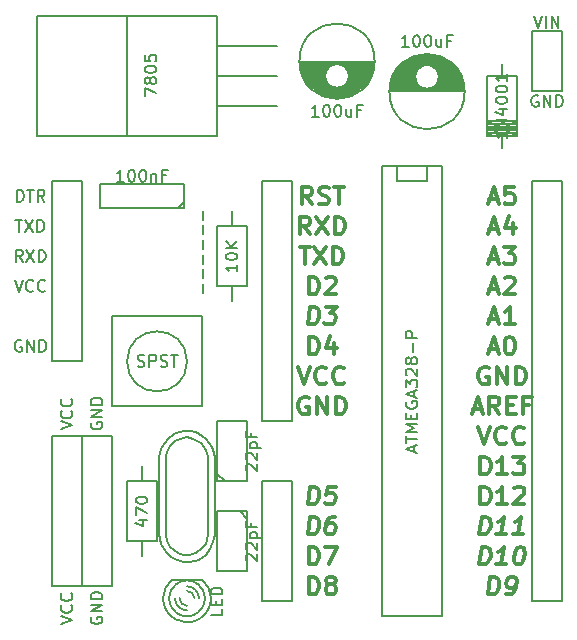
<source format=gbr>
G04 #@! TF.FileFunction,Legend,Top*
%FSLAX46Y46*%
G04 Gerber Fmt 4.6, Leading zero omitted, Abs format (unit mm)*
G04 Created by KiCad (PCBNEW (2015-04-05 BZR 5577)-product) date 17-04-2015 10:44:10*
%MOMM*%
G01*
G04 APERTURE LIST*
%ADD10C,0.100000*%
%ADD11C,0.150000*%
%ADD12C,0.300000*%
G04 APERTURE END LIST*
D10*
D11*
X77644762Y-25352381D02*
X77978095Y-26352381D01*
X78311429Y-25352381D01*
X78644762Y-26352381D02*
X78644762Y-25352381D01*
X79120952Y-26352381D02*
X79120952Y-25352381D01*
X79692381Y-26352381D01*
X79692381Y-25352381D01*
X77978096Y-32100000D02*
X77882858Y-32052381D01*
X77740001Y-32052381D01*
X77597143Y-32100000D01*
X77501905Y-32195238D01*
X77454286Y-32290476D01*
X77406667Y-32480952D01*
X77406667Y-32623810D01*
X77454286Y-32814286D01*
X77501905Y-32909524D01*
X77597143Y-33004762D01*
X77740001Y-33052381D01*
X77835239Y-33052381D01*
X77978096Y-33004762D01*
X78025715Y-32957143D01*
X78025715Y-32623810D01*
X77835239Y-32623810D01*
X78454286Y-33052381D02*
X78454286Y-32052381D01*
X79025715Y-33052381D01*
X79025715Y-32052381D01*
X79501905Y-33052381D02*
X79501905Y-32052381D01*
X79740000Y-32052381D01*
X79882858Y-32100000D01*
X79978096Y-32195238D01*
X80025715Y-32290476D01*
X80073334Y-32480952D01*
X80073334Y-32623810D01*
X80025715Y-32814286D01*
X79978096Y-32909524D01*
X79882858Y-33004762D01*
X79740000Y-33052381D01*
X79501905Y-33052381D01*
X40140000Y-76261904D02*
X40092381Y-76357142D01*
X40092381Y-76499999D01*
X40140000Y-76642857D01*
X40235238Y-76738095D01*
X40330476Y-76785714D01*
X40520952Y-76833333D01*
X40663810Y-76833333D01*
X40854286Y-76785714D01*
X40949524Y-76738095D01*
X41044762Y-76642857D01*
X41092381Y-76499999D01*
X41092381Y-76404761D01*
X41044762Y-76261904D01*
X40997143Y-76214285D01*
X40663810Y-76214285D01*
X40663810Y-76404761D01*
X41092381Y-75785714D02*
X40092381Y-75785714D01*
X41092381Y-75214285D01*
X40092381Y-75214285D01*
X41092381Y-74738095D02*
X40092381Y-74738095D01*
X40092381Y-74500000D01*
X40140000Y-74357142D01*
X40235238Y-74261904D01*
X40330476Y-74214285D01*
X40520952Y-74166666D01*
X40663810Y-74166666D01*
X40854286Y-74214285D01*
X40949524Y-74261904D01*
X41044762Y-74357142D01*
X41092381Y-74500000D01*
X41092381Y-74738095D01*
X37552381Y-76833333D02*
X38552381Y-76500000D01*
X37552381Y-76166666D01*
X38457143Y-75261904D02*
X38504762Y-75309523D01*
X38552381Y-75452380D01*
X38552381Y-75547618D01*
X38504762Y-75690476D01*
X38409524Y-75785714D01*
X38314286Y-75833333D01*
X38123810Y-75880952D01*
X37980952Y-75880952D01*
X37790476Y-75833333D01*
X37695238Y-75785714D01*
X37600000Y-75690476D01*
X37552381Y-75547618D01*
X37552381Y-75452380D01*
X37600000Y-75309523D01*
X37647619Y-75261904D01*
X38457143Y-74261904D02*
X38504762Y-74309523D01*
X38552381Y-74452380D01*
X38552381Y-74547618D01*
X38504762Y-74690476D01*
X38409524Y-74785714D01*
X38314286Y-74833333D01*
X38123810Y-74880952D01*
X37980952Y-74880952D01*
X37790476Y-74833333D01*
X37695238Y-74785714D01*
X37600000Y-74690476D01*
X37552381Y-74547618D01*
X37552381Y-74452380D01*
X37600000Y-74309523D01*
X37647619Y-74261904D01*
X34238096Y-52840000D02*
X34142858Y-52792381D01*
X34000001Y-52792381D01*
X33857143Y-52840000D01*
X33761905Y-52935238D01*
X33714286Y-53030476D01*
X33666667Y-53220952D01*
X33666667Y-53363810D01*
X33714286Y-53554286D01*
X33761905Y-53649524D01*
X33857143Y-53744762D01*
X34000001Y-53792381D01*
X34095239Y-53792381D01*
X34238096Y-53744762D01*
X34285715Y-53697143D01*
X34285715Y-53363810D01*
X34095239Y-53363810D01*
X34714286Y-53792381D02*
X34714286Y-52792381D01*
X35285715Y-53792381D01*
X35285715Y-52792381D01*
X35761905Y-53792381D02*
X35761905Y-52792381D01*
X36000000Y-52792381D01*
X36142858Y-52840000D01*
X36238096Y-52935238D01*
X36285715Y-53030476D01*
X36333334Y-53220952D01*
X36333334Y-53363810D01*
X36285715Y-53554286D01*
X36238096Y-53649524D01*
X36142858Y-53744762D01*
X36000000Y-53792381D01*
X35761905Y-53792381D01*
X33666667Y-47712381D02*
X34000000Y-48712381D01*
X34333334Y-47712381D01*
X35238096Y-48617143D02*
X35190477Y-48664762D01*
X35047620Y-48712381D01*
X34952382Y-48712381D01*
X34809524Y-48664762D01*
X34714286Y-48569524D01*
X34666667Y-48474286D01*
X34619048Y-48283810D01*
X34619048Y-48140952D01*
X34666667Y-47950476D01*
X34714286Y-47855238D01*
X34809524Y-47760000D01*
X34952382Y-47712381D01*
X35047620Y-47712381D01*
X35190477Y-47760000D01*
X35238096Y-47807619D01*
X36238096Y-48617143D02*
X36190477Y-48664762D01*
X36047620Y-48712381D01*
X35952382Y-48712381D01*
X35809524Y-48664762D01*
X35714286Y-48569524D01*
X35666667Y-48474286D01*
X35619048Y-48283810D01*
X35619048Y-48140952D01*
X35666667Y-47950476D01*
X35714286Y-47855238D01*
X35809524Y-47760000D01*
X35952382Y-47712381D01*
X36047620Y-47712381D01*
X36190477Y-47760000D01*
X36238096Y-47807619D01*
X34333334Y-46172381D02*
X34000000Y-45696190D01*
X33761905Y-46172381D02*
X33761905Y-45172381D01*
X34142858Y-45172381D01*
X34238096Y-45220000D01*
X34285715Y-45267619D01*
X34333334Y-45362857D01*
X34333334Y-45505714D01*
X34285715Y-45600952D01*
X34238096Y-45648571D01*
X34142858Y-45696190D01*
X33761905Y-45696190D01*
X34666667Y-45172381D02*
X35333334Y-46172381D01*
X35333334Y-45172381D02*
X34666667Y-46172381D01*
X35714286Y-46172381D02*
X35714286Y-45172381D01*
X35952381Y-45172381D01*
X36095239Y-45220000D01*
X36190477Y-45315238D01*
X36238096Y-45410476D01*
X36285715Y-45600952D01*
X36285715Y-45743810D01*
X36238096Y-45934286D01*
X36190477Y-46029524D01*
X36095239Y-46124762D01*
X35952381Y-46172381D01*
X35714286Y-46172381D01*
X33738095Y-42632381D02*
X34309524Y-42632381D01*
X34023809Y-43632381D02*
X34023809Y-42632381D01*
X34547619Y-42632381D02*
X35214286Y-43632381D01*
X35214286Y-42632381D02*
X34547619Y-43632381D01*
X35595238Y-43632381D02*
X35595238Y-42632381D01*
X35833333Y-42632381D01*
X35976191Y-42680000D01*
X36071429Y-42775238D01*
X36119048Y-42870476D01*
X36166667Y-43060952D01*
X36166667Y-43203810D01*
X36119048Y-43394286D01*
X36071429Y-43489524D01*
X35976191Y-43584762D01*
X35833333Y-43632381D01*
X35595238Y-43632381D01*
X33857143Y-41092381D02*
X33857143Y-40092381D01*
X34095238Y-40092381D01*
X34238096Y-40140000D01*
X34333334Y-40235238D01*
X34380953Y-40330476D01*
X34428572Y-40520952D01*
X34428572Y-40663810D01*
X34380953Y-40854286D01*
X34333334Y-40949524D01*
X34238096Y-41044762D01*
X34095238Y-41092381D01*
X33857143Y-41092381D01*
X34714286Y-40092381D02*
X35285715Y-40092381D01*
X35000000Y-41092381D02*
X35000000Y-40092381D01*
X36190477Y-41092381D02*
X35857143Y-40616190D01*
X35619048Y-41092381D02*
X35619048Y-40092381D01*
X36000001Y-40092381D01*
X36095239Y-40140000D01*
X36142858Y-40187619D01*
X36190477Y-40282857D01*
X36190477Y-40425714D01*
X36142858Y-40520952D01*
X36095239Y-40568571D01*
X36000001Y-40616190D01*
X35619048Y-40616190D01*
D12*
X58582858Y-74338571D02*
X58582858Y-72838571D01*
X58940001Y-72838571D01*
X59154286Y-72910000D01*
X59297144Y-73052857D01*
X59368572Y-73195714D01*
X59440001Y-73481429D01*
X59440001Y-73695714D01*
X59368572Y-73981429D01*
X59297144Y-74124286D01*
X59154286Y-74267143D01*
X58940001Y-74338571D01*
X58582858Y-74338571D01*
X60297144Y-73481429D02*
X60154286Y-73410000D01*
X60082858Y-73338571D01*
X60011429Y-73195714D01*
X60011429Y-73124286D01*
X60082858Y-72981429D01*
X60154286Y-72910000D01*
X60297144Y-72838571D01*
X60582858Y-72838571D01*
X60725715Y-72910000D01*
X60797144Y-72981429D01*
X60868572Y-73124286D01*
X60868572Y-73195714D01*
X60797144Y-73338571D01*
X60725715Y-73410000D01*
X60582858Y-73481429D01*
X60297144Y-73481429D01*
X60154286Y-73552857D01*
X60082858Y-73624286D01*
X60011429Y-73767143D01*
X60011429Y-74052857D01*
X60082858Y-74195714D01*
X60154286Y-74267143D01*
X60297144Y-74338571D01*
X60582858Y-74338571D01*
X60725715Y-74267143D01*
X60797144Y-74195714D01*
X60868572Y-74052857D01*
X60868572Y-73767143D01*
X60797144Y-73624286D01*
X60725715Y-73552857D01*
X60582858Y-73481429D01*
X58582858Y-71798571D02*
X58582858Y-70298571D01*
X58940001Y-70298571D01*
X59154286Y-70370000D01*
X59297144Y-70512857D01*
X59368572Y-70655714D01*
X59440001Y-70941429D01*
X59440001Y-71155714D01*
X59368572Y-71441429D01*
X59297144Y-71584286D01*
X59154286Y-71727143D01*
X58940001Y-71798571D01*
X58582858Y-71798571D01*
X59940001Y-70298571D02*
X60940001Y-70298571D01*
X60297144Y-71798571D01*
X58498037Y-69258571D02*
X58685537Y-67758571D01*
X59042680Y-67758571D01*
X59248036Y-67830000D01*
X59373037Y-67972857D01*
X59426608Y-68115714D01*
X59462322Y-68401429D01*
X59435537Y-68615714D01*
X59328393Y-68901429D01*
X59239108Y-69044286D01*
X59078393Y-69187143D01*
X58855180Y-69258571D01*
X58498037Y-69258571D01*
X60828394Y-67758571D02*
X60542680Y-67758571D01*
X60390894Y-67830000D01*
X60310536Y-67901429D01*
X60140894Y-68115714D01*
X60033750Y-68401429D01*
X59962322Y-68972857D01*
X60015894Y-69115714D01*
X60078393Y-69187143D01*
X60212323Y-69258571D01*
X60498037Y-69258571D01*
X60649822Y-69187143D01*
X60730180Y-69115714D01*
X60819465Y-68972857D01*
X60864108Y-68615714D01*
X60810537Y-68472857D01*
X60748036Y-68401429D01*
X60614108Y-68330000D01*
X60328394Y-68330000D01*
X60176607Y-68401429D01*
X60096251Y-68472857D01*
X60006965Y-68615714D01*
X58498037Y-66718571D02*
X58685537Y-65218571D01*
X59042680Y-65218571D01*
X59248036Y-65290000D01*
X59373037Y-65432857D01*
X59426608Y-65575714D01*
X59462322Y-65861429D01*
X59435537Y-66075714D01*
X59328393Y-66361429D01*
X59239108Y-66504286D01*
X59078393Y-66647143D01*
X58855180Y-66718571D01*
X58498037Y-66718571D01*
X60899823Y-65218571D02*
X60185537Y-65218571D01*
X60024822Y-65932857D01*
X60105179Y-65861429D01*
X60256965Y-65790000D01*
X60614108Y-65790000D01*
X60748036Y-65861429D01*
X60810537Y-65932857D01*
X60864108Y-66075714D01*
X60819465Y-66432857D01*
X60730180Y-66575714D01*
X60649822Y-66647143D01*
X60498037Y-66718571D01*
X60140894Y-66718571D01*
X60006965Y-66647143D01*
X59944465Y-66575714D01*
X58547143Y-57670000D02*
X58404286Y-57598571D01*
X58190000Y-57598571D01*
X57975715Y-57670000D01*
X57832857Y-57812857D01*
X57761429Y-57955714D01*
X57690000Y-58241429D01*
X57690000Y-58455714D01*
X57761429Y-58741429D01*
X57832857Y-58884286D01*
X57975715Y-59027143D01*
X58190000Y-59098571D01*
X58332857Y-59098571D01*
X58547143Y-59027143D01*
X58618572Y-58955714D01*
X58618572Y-58455714D01*
X58332857Y-58455714D01*
X59261429Y-59098571D02*
X59261429Y-57598571D01*
X60118572Y-59098571D01*
X60118572Y-57598571D01*
X60832858Y-59098571D02*
X60832858Y-57598571D01*
X61190001Y-57598571D01*
X61404286Y-57670000D01*
X61547144Y-57812857D01*
X61618572Y-57955714D01*
X61690001Y-58241429D01*
X61690001Y-58455714D01*
X61618572Y-58741429D01*
X61547144Y-58884286D01*
X61404286Y-59027143D01*
X61190001Y-59098571D01*
X60832858Y-59098571D01*
X57690000Y-55058571D02*
X58190000Y-56558571D01*
X58690000Y-55058571D01*
X60047143Y-56415714D02*
X59975714Y-56487143D01*
X59761428Y-56558571D01*
X59618571Y-56558571D01*
X59404286Y-56487143D01*
X59261428Y-56344286D01*
X59190000Y-56201429D01*
X59118571Y-55915714D01*
X59118571Y-55701429D01*
X59190000Y-55415714D01*
X59261428Y-55272857D01*
X59404286Y-55130000D01*
X59618571Y-55058571D01*
X59761428Y-55058571D01*
X59975714Y-55130000D01*
X60047143Y-55201429D01*
X61547143Y-56415714D02*
X61475714Y-56487143D01*
X61261428Y-56558571D01*
X61118571Y-56558571D01*
X60904286Y-56487143D01*
X60761428Y-56344286D01*
X60690000Y-56201429D01*
X60618571Y-55915714D01*
X60618571Y-55701429D01*
X60690000Y-55415714D01*
X60761428Y-55272857D01*
X60904286Y-55130000D01*
X61118571Y-55058571D01*
X61261428Y-55058571D01*
X61475714Y-55130000D01*
X61547143Y-55201429D01*
X58582858Y-54018571D02*
X58582858Y-52518571D01*
X58940001Y-52518571D01*
X59154286Y-52590000D01*
X59297144Y-52732857D01*
X59368572Y-52875714D01*
X59440001Y-53161429D01*
X59440001Y-53375714D01*
X59368572Y-53661429D01*
X59297144Y-53804286D01*
X59154286Y-53947143D01*
X58940001Y-54018571D01*
X58582858Y-54018571D01*
X60725715Y-53018571D02*
X60725715Y-54018571D01*
X60368572Y-52447143D02*
X60011429Y-53518571D01*
X60940001Y-53518571D01*
X58498037Y-51478571D02*
X58685537Y-49978571D01*
X59042680Y-49978571D01*
X59248036Y-50050000D01*
X59373037Y-50192857D01*
X59426608Y-50335714D01*
X59462322Y-50621429D01*
X59435537Y-50835714D01*
X59328393Y-51121429D01*
X59239108Y-51264286D01*
X59078393Y-51407143D01*
X58855180Y-51478571D01*
X58498037Y-51478571D01*
X60042680Y-49978571D02*
X60971251Y-49978571D01*
X60399822Y-50550000D01*
X60614108Y-50550000D01*
X60748036Y-50621429D01*
X60810537Y-50692857D01*
X60864108Y-50835714D01*
X60819465Y-51192857D01*
X60730180Y-51335714D01*
X60649822Y-51407143D01*
X60498037Y-51478571D01*
X60069465Y-51478571D01*
X59935536Y-51407143D01*
X59873037Y-51335714D01*
X58582858Y-48938571D02*
X58582858Y-47438571D01*
X58940001Y-47438571D01*
X59154286Y-47510000D01*
X59297144Y-47652857D01*
X59368572Y-47795714D01*
X59440001Y-48081429D01*
X59440001Y-48295714D01*
X59368572Y-48581429D01*
X59297144Y-48724286D01*
X59154286Y-48867143D01*
X58940001Y-48938571D01*
X58582858Y-48938571D01*
X60011429Y-47581429D02*
X60082858Y-47510000D01*
X60225715Y-47438571D01*
X60582858Y-47438571D01*
X60725715Y-47510000D01*
X60797144Y-47581429D01*
X60868572Y-47724286D01*
X60868572Y-47867143D01*
X60797144Y-48081429D01*
X59940001Y-48938571D01*
X60868572Y-48938571D01*
X57797143Y-44898571D02*
X58654286Y-44898571D01*
X58225715Y-46398571D02*
X58225715Y-44898571D01*
X59011429Y-44898571D02*
X60011429Y-46398571D01*
X60011429Y-44898571D02*
X59011429Y-46398571D01*
X60582857Y-46398571D02*
X60582857Y-44898571D01*
X60940000Y-44898571D01*
X61154285Y-44970000D01*
X61297143Y-45112857D01*
X61368571Y-45255714D01*
X61440000Y-45541429D01*
X61440000Y-45755714D01*
X61368571Y-46041429D01*
X61297143Y-46184286D01*
X61154285Y-46327143D01*
X60940000Y-46398571D01*
X60582857Y-46398571D01*
X58690001Y-43858571D02*
X58190001Y-43144286D01*
X57832858Y-43858571D02*
X57832858Y-42358571D01*
X58404286Y-42358571D01*
X58547144Y-42430000D01*
X58618572Y-42501429D01*
X58690001Y-42644286D01*
X58690001Y-42858571D01*
X58618572Y-43001429D01*
X58547144Y-43072857D01*
X58404286Y-43144286D01*
X57832858Y-43144286D01*
X59190001Y-42358571D02*
X60190001Y-43858571D01*
X60190001Y-42358571D02*
X59190001Y-43858571D01*
X60761429Y-43858571D02*
X60761429Y-42358571D01*
X61118572Y-42358571D01*
X61332857Y-42430000D01*
X61475715Y-42572857D01*
X61547143Y-42715714D01*
X61618572Y-43001429D01*
X61618572Y-43215714D01*
X61547143Y-43501429D01*
X61475715Y-43644286D01*
X61332857Y-43787143D01*
X61118572Y-43858571D01*
X60761429Y-43858571D01*
X58868572Y-41318571D02*
X58368572Y-40604286D01*
X58011429Y-41318571D02*
X58011429Y-39818571D01*
X58582857Y-39818571D01*
X58725715Y-39890000D01*
X58797143Y-39961429D01*
X58868572Y-40104286D01*
X58868572Y-40318571D01*
X58797143Y-40461429D01*
X58725715Y-40532857D01*
X58582857Y-40604286D01*
X58011429Y-40604286D01*
X59440000Y-41247143D02*
X59654286Y-41318571D01*
X60011429Y-41318571D01*
X60154286Y-41247143D01*
X60225715Y-41175714D01*
X60297143Y-41032857D01*
X60297143Y-40890000D01*
X60225715Y-40747143D01*
X60154286Y-40675714D01*
X60011429Y-40604286D01*
X59725715Y-40532857D01*
X59582857Y-40461429D01*
X59511429Y-40390000D01*
X59440000Y-40247143D01*
X59440000Y-40104286D01*
X59511429Y-39961429D01*
X59582857Y-39890000D01*
X59725715Y-39818571D01*
X60082857Y-39818571D01*
X60297143Y-39890000D01*
X60725714Y-39818571D02*
X61582857Y-39818571D01*
X61154286Y-41318571D02*
X61154286Y-39818571D01*
X73738037Y-74338571D02*
X73925537Y-72838571D01*
X74282680Y-72838571D01*
X74488036Y-72910000D01*
X74613037Y-73052857D01*
X74666608Y-73195714D01*
X74702322Y-73481429D01*
X74675537Y-73695714D01*
X74568393Y-73981429D01*
X74479108Y-74124286D01*
X74318393Y-74267143D01*
X74095180Y-74338571D01*
X73738037Y-74338571D01*
X75309465Y-74338571D02*
X75595180Y-74338571D01*
X75746965Y-74267143D01*
X75827322Y-74195714D01*
X75996965Y-73981429D01*
X76104108Y-73695714D01*
X76175536Y-73124286D01*
X76121965Y-72981429D01*
X76059465Y-72910000D01*
X75925537Y-72838571D01*
X75639823Y-72838571D01*
X75488036Y-72910000D01*
X75407679Y-72981429D01*
X75318393Y-73124286D01*
X75273750Y-73481429D01*
X75327322Y-73624286D01*
X75389822Y-73695714D01*
X75523751Y-73767143D01*
X75809465Y-73767143D01*
X75961251Y-73695714D01*
X76041608Y-73624286D01*
X76130893Y-73481429D01*
X73023751Y-71798571D02*
X73211251Y-70298571D01*
X73568394Y-70298571D01*
X73773750Y-70370000D01*
X73898751Y-70512857D01*
X73952322Y-70655714D01*
X73988036Y-70941429D01*
X73961251Y-71155714D01*
X73854107Y-71441429D01*
X73764822Y-71584286D01*
X73604107Y-71727143D01*
X73380894Y-71798571D01*
X73023751Y-71798571D01*
X75309465Y-71798571D02*
X74452322Y-71798571D01*
X74880894Y-71798571D02*
X75068394Y-70298571D01*
X74898751Y-70512857D01*
X74738036Y-70655714D01*
X74586250Y-70727143D01*
X76425536Y-70298571D02*
X76568393Y-70298571D01*
X76702321Y-70370000D01*
X76764821Y-70441429D01*
X76818393Y-70584286D01*
X76854107Y-70870000D01*
X76809464Y-71227143D01*
X76702322Y-71512857D01*
X76613036Y-71655714D01*
X76532678Y-71727143D01*
X76380893Y-71798571D01*
X76238036Y-71798571D01*
X76104107Y-71727143D01*
X76041607Y-71655714D01*
X75988036Y-71512857D01*
X75952321Y-71227143D01*
X75996964Y-70870000D01*
X76104107Y-70584286D01*
X76193392Y-70441429D01*
X76273750Y-70370000D01*
X76425536Y-70298571D01*
X73023751Y-69258571D02*
X73211251Y-67758571D01*
X73568394Y-67758571D01*
X73773750Y-67830000D01*
X73898751Y-67972857D01*
X73952322Y-68115714D01*
X73988036Y-68401429D01*
X73961251Y-68615714D01*
X73854107Y-68901429D01*
X73764822Y-69044286D01*
X73604107Y-69187143D01*
X73380894Y-69258571D01*
X73023751Y-69258571D01*
X75309465Y-69258571D02*
X74452322Y-69258571D01*
X74880894Y-69258571D02*
X75068394Y-67758571D01*
X74898751Y-67972857D01*
X74738036Y-68115714D01*
X74586250Y-68187143D01*
X76738036Y-69258571D02*
X75880893Y-69258571D01*
X76309465Y-69258571D02*
X76496965Y-67758571D01*
X76327322Y-67972857D01*
X76166607Y-68115714D01*
X76014821Y-68187143D01*
X73108572Y-66718571D02*
X73108572Y-65218571D01*
X73465715Y-65218571D01*
X73680000Y-65290000D01*
X73822858Y-65432857D01*
X73894286Y-65575714D01*
X73965715Y-65861429D01*
X73965715Y-66075714D01*
X73894286Y-66361429D01*
X73822858Y-66504286D01*
X73680000Y-66647143D01*
X73465715Y-66718571D01*
X73108572Y-66718571D01*
X75394286Y-66718571D02*
X74537143Y-66718571D01*
X74965715Y-66718571D02*
X74965715Y-65218571D01*
X74822858Y-65432857D01*
X74680000Y-65575714D01*
X74537143Y-65647143D01*
X75965714Y-65361429D02*
X76037143Y-65290000D01*
X76180000Y-65218571D01*
X76537143Y-65218571D01*
X76680000Y-65290000D01*
X76751429Y-65361429D01*
X76822857Y-65504286D01*
X76822857Y-65647143D01*
X76751429Y-65861429D01*
X75894286Y-66718571D01*
X76822857Y-66718571D01*
X73108572Y-64178571D02*
X73108572Y-62678571D01*
X73465715Y-62678571D01*
X73680000Y-62750000D01*
X73822858Y-62892857D01*
X73894286Y-63035714D01*
X73965715Y-63321429D01*
X73965715Y-63535714D01*
X73894286Y-63821429D01*
X73822858Y-63964286D01*
X73680000Y-64107143D01*
X73465715Y-64178571D01*
X73108572Y-64178571D01*
X75394286Y-64178571D02*
X74537143Y-64178571D01*
X74965715Y-64178571D02*
X74965715Y-62678571D01*
X74822858Y-62892857D01*
X74680000Y-63035714D01*
X74537143Y-63107143D01*
X75894286Y-62678571D02*
X76822857Y-62678571D01*
X76322857Y-63250000D01*
X76537143Y-63250000D01*
X76680000Y-63321429D01*
X76751429Y-63392857D01*
X76822857Y-63535714D01*
X76822857Y-63892857D01*
X76751429Y-64035714D01*
X76680000Y-64107143D01*
X76537143Y-64178571D01*
X76108571Y-64178571D01*
X75965714Y-64107143D01*
X75894286Y-64035714D01*
X72930000Y-60138571D02*
X73430000Y-61638571D01*
X73930000Y-60138571D01*
X75287143Y-61495714D02*
X75215714Y-61567143D01*
X75001428Y-61638571D01*
X74858571Y-61638571D01*
X74644286Y-61567143D01*
X74501428Y-61424286D01*
X74430000Y-61281429D01*
X74358571Y-60995714D01*
X74358571Y-60781429D01*
X74430000Y-60495714D01*
X74501428Y-60352857D01*
X74644286Y-60210000D01*
X74858571Y-60138571D01*
X75001428Y-60138571D01*
X75215714Y-60210000D01*
X75287143Y-60281429D01*
X76787143Y-61495714D02*
X76715714Y-61567143D01*
X76501428Y-61638571D01*
X76358571Y-61638571D01*
X76144286Y-61567143D01*
X76001428Y-61424286D01*
X75930000Y-61281429D01*
X75858571Y-60995714D01*
X75858571Y-60781429D01*
X75930000Y-60495714D01*
X76001428Y-60352857D01*
X76144286Y-60210000D01*
X76358571Y-60138571D01*
X76501428Y-60138571D01*
X76715714Y-60210000D01*
X76787143Y-60281429D01*
X72501429Y-58670000D02*
X73215715Y-58670000D01*
X72358572Y-59098571D02*
X72858572Y-57598571D01*
X73358572Y-59098571D01*
X74715715Y-59098571D02*
X74215715Y-58384286D01*
X73858572Y-59098571D02*
X73858572Y-57598571D01*
X74430000Y-57598571D01*
X74572858Y-57670000D01*
X74644286Y-57741429D01*
X74715715Y-57884286D01*
X74715715Y-58098571D01*
X74644286Y-58241429D01*
X74572858Y-58312857D01*
X74430000Y-58384286D01*
X73858572Y-58384286D01*
X75358572Y-58312857D02*
X75858572Y-58312857D01*
X76072858Y-59098571D02*
X75358572Y-59098571D01*
X75358572Y-57598571D01*
X76072858Y-57598571D01*
X77215715Y-58312857D02*
X76715715Y-58312857D01*
X76715715Y-59098571D02*
X76715715Y-57598571D01*
X77430001Y-57598571D01*
X73787143Y-55130000D02*
X73644286Y-55058571D01*
X73430000Y-55058571D01*
X73215715Y-55130000D01*
X73072857Y-55272857D01*
X73001429Y-55415714D01*
X72930000Y-55701429D01*
X72930000Y-55915714D01*
X73001429Y-56201429D01*
X73072857Y-56344286D01*
X73215715Y-56487143D01*
X73430000Y-56558571D01*
X73572857Y-56558571D01*
X73787143Y-56487143D01*
X73858572Y-56415714D01*
X73858572Y-55915714D01*
X73572857Y-55915714D01*
X74501429Y-56558571D02*
X74501429Y-55058571D01*
X75358572Y-56558571D01*
X75358572Y-55058571D01*
X76072858Y-56558571D02*
X76072858Y-55058571D01*
X76430001Y-55058571D01*
X76644286Y-55130000D01*
X76787144Y-55272857D01*
X76858572Y-55415714D01*
X76930001Y-55701429D01*
X76930001Y-55915714D01*
X76858572Y-56201429D01*
X76787144Y-56344286D01*
X76644286Y-56487143D01*
X76430001Y-56558571D01*
X76072858Y-56558571D01*
X73858572Y-53590000D02*
X74572858Y-53590000D01*
X73715715Y-54018571D02*
X74215715Y-52518571D01*
X74715715Y-54018571D01*
X75501429Y-52518571D02*
X75644286Y-52518571D01*
X75787143Y-52590000D01*
X75858572Y-52661429D01*
X75930001Y-52804286D01*
X76001429Y-53090000D01*
X76001429Y-53447143D01*
X75930001Y-53732857D01*
X75858572Y-53875714D01*
X75787143Y-53947143D01*
X75644286Y-54018571D01*
X75501429Y-54018571D01*
X75358572Y-53947143D01*
X75287143Y-53875714D01*
X75215715Y-53732857D01*
X75144286Y-53447143D01*
X75144286Y-53090000D01*
X75215715Y-52804286D01*
X75287143Y-52661429D01*
X75358572Y-52590000D01*
X75501429Y-52518571D01*
X73858572Y-51050000D02*
X74572858Y-51050000D01*
X73715715Y-51478571D02*
X74215715Y-49978571D01*
X74715715Y-51478571D01*
X76001429Y-51478571D02*
X75144286Y-51478571D01*
X75572858Y-51478571D02*
X75572858Y-49978571D01*
X75430001Y-50192857D01*
X75287143Y-50335714D01*
X75144286Y-50407143D01*
X73858572Y-48510000D02*
X74572858Y-48510000D01*
X73715715Y-48938571D02*
X74215715Y-47438571D01*
X74715715Y-48938571D01*
X75144286Y-47581429D02*
X75215715Y-47510000D01*
X75358572Y-47438571D01*
X75715715Y-47438571D01*
X75858572Y-47510000D01*
X75930001Y-47581429D01*
X76001429Y-47724286D01*
X76001429Y-47867143D01*
X75930001Y-48081429D01*
X75072858Y-48938571D01*
X76001429Y-48938571D01*
X73858572Y-45970000D02*
X74572858Y-45970000D01*
X73715715Y-46398571D02*
X74215715Y-44898571D01*
X74715715Y-46398571D01*
X75072858Y-44898571D02*
X76001429Y-44898571D01*
X75501429Y-45470000D01*
X75715715Y-45470000D01*
X75858572Y-45541429D01*
X75930001Y-45612857D01*
X76001429Y-45755714D01*
X76001429Y-46112857D01*
X75930001Y-46255714D01*
X75858572Y-46327143D01*
X75715715Y-46398571D01*
X75287143Y-46398571D01*
X75144286Y-46327143D01*
X75072858Y-46255714D01*
X73858572Y-43430000D02*
X74572858Y-43430000D01*
X73715715Y-43858571D02*
X74215715Y-42358571D01*
X74715715Y-43858571D01*
X75858572Y-42858571D02*
X75858572Y-43858571D01*
X75501429Y-42287143D02*
X75144286Y-43358571D01*
X76072858Y-43358571D01*
X73858572Y-40890000D02*
X74572858Y-40890000D01*
X73715715Y-41318571D02*
X74215715Y-39818571D01*
X74715715Y-41318571D01*
X75930001Y-39818571D02*
X75215715Y-39818571D01*
X75144286Y-40532857D01*
X75215715Y-40461429D01*
X75358572Y-40390000D01*
X75715715Y-40390000D01*
X75858572Y-40461429D01*
X75930001Y-40532857D01*
X76001429Y-40675714D01*
X76001429Y-41032857D01*
X75930001Y-41175714D01*
X75858572Y-41247143D01*
X75715715Y-41318571D01*
X75358572Y-41318571D01*
X75215715Y-41247143D01*
X75144286Y-41175714D01*
D11*
X41910000Y-60960000D02*
X41910000Y-73660000D01*
X41910000Y-73660000D02*
X39370000Y-73660000D01*
X39370000Y-73660000D02*
X39370000Y-60960000D01*
X41910000Y-60960000D02*
X39370000Y-60960000D01*
X39370000Y-60960000D02*
X39370000Y-73660000D01*
X39370000Y-73660000D02*
X36830000Y-73660000D01*
X36830000Y-73660000D02*
X36830000Y-60960000D01*
X39370000Y-60960000D02*
X36830000Y-60960000D01*
X39370000Y-39370000D02*
X39370000Y-54610000D01*
X39370000Y-54610000D02*
X36830000Y-54610000D01*
X36830000Y-54610000D02*
X36830000Y-39370000D01*
X39370000Y-39370000D02*
X36830000Y-39370000D01*
X57150000Y-39370000D02*
X57150000Y-59690000D01*
X57150000Y-59690000D02*
X54610000Y-59690000D01*
X54610000Y-59690000D02*
X54610000Y-39370000D01*
X57150000Y-39370000D02*
X54610000Y-39370000D01*
X80010000Y-26670000D02*
X80010000Y-31750000D01*
X80010000Y-26670000D02*
X77470000Y-26670000D01*
X77470000Y-26670000D02*
X77470000Y-31750000D01*
X77470000Y-31750000D02*
X80010000Y-31750000D01*
X54610000Y-64770000D02*
X54610000Y-74930000D01*
X57150000Y-64770000D02*
X57150000Y-74930000D01*
X54610000Y-74930000D02*
X57150000Y-74930000D01*
X54610000Y-64770000D02*
X57150000Y-64770000D01*
X80010000Y-74930000D02*
X80010000Y-39370000D01*
X80010000Y-39370000D02*
X77470000Y-39370000D01*
X77470000Y-39370000D02*
X77470000Y-74930000D01*
X80010000Y-74930000D02*
X77470000Y-74930000D01*
X65431000Y-31695000D02*
X71729000Y-31695000D01*
X65437000Y-31555000D02*
X71723000Y-31555000D01*
X65450000Y-31415000D02*
X68134000Y-31415000D01*
X69026000Y-31415000D02*
X71710000Y-31415000D01*
X65469000Y-31275000D02*
X67924000Y-31275000D01*
X69236000Y-31275000D02*
X71691000Y-31275000D01*
X65495000Y-31135000D02*
X67791000Y-31135000D01*
X69369000Y-31135000D02*
X71665000Y-31135000D01*
X65527000Y-30995000D02*
X67700000Y-30995000D01*
X69460000Y-30995000D02*
X71633000Y-30995000D01*
X65566000Y-30855000D02*
X67638000Y-30855000D01*
X69522000Y-30855000D02*
X71594000Y-30855000D01*
X65612000Y-30715000D02*
X67599000Y-30715000D01*
X69561000Y-30715000D02*
X71548000Y-30715000D01*
X65665000Y-30575000D02*
X67582000Y-30575000D01*
X69578000Y-30575000D02*
X71495000Y-30575000D01*
X65727000Y-30435000D02*
X67584000Y-30435000D01*
X69576000Y-30435000D02*
X71433000Y-30435000D01*
X65797000Y-30295000D02*
X67606000Y-30295000D01*
X69554000Y-30295000D02*
X71363000Y-30295000D01*
X65876000Y-30155000D02*
X67649000Y-30155000D01*
X69511000Y-30155000D02*
X71284000Y-30155000D01*
X65964000Y-30015000D02*
X67717000Y-30015000D01*
X69443000Y-30015000D02*
X71196000Y-30015000D01*
X66064000Y-29875000D02*
X67816000Y-29875000D01*
X69344000Y-29875000D02*
X71096000Y-29875000D01*
X66176000Y-29735000D02*
X67961000Y-29735000D01*
X69199000Y-29735000D02*
X70984000Y-29735000D01*
X66301000Y-29595000D02*
X68200000Y-29595000D01*
X68960000Y-29595000D02*
X70859000Y-29595000D01*
X66444000Y-29455000D02*
X70716000Y-29455000D01*
X66606000Y-29315000D02*
X70554000Y-29315000D01*
X66794000Y-29175000D02*
X70366000Y-29175000D01*
X67017000Y-29035000D02*
X70143000Y-29035000D01*
X67293000Y-28895000D02*
X69867000Y-28895000D01*
X67668000Y-28755000D02*
X69492000Y-28755000D01*
X69580000Y-30520000D02*
G75*
G03X69580000Y-30520000I-1000000J0D01*
G01*
X71767500Y-31770000D02*
G75*
G03X71767500Y-31770000I-3187500J0D01*
G01*
X64109000Y-29265000D02*
X57811000Y-29265000D01*
X64103000Y-29405000D02*
X57817000Y-29405000D01*
X64090000Y-29545000D02*
X61406000Y-29545000D01*
X60514000Y-29545000D02*
X57830000Y-29545000D01*
X64071000Y-29685000D02*
X61616000Y-29685000D01*
X60304000Y-29685000D02*
X57849000Y-29685000D01*
X64045000Y-29825000D02*
X61749000Y-29825000D01*
X60171000Y-29825000D02*
X57875000Y-29825000D01*
X64013000Y-29965000D02*
X61840000Y-29965000D01*
X60080000Y-29965000D02*
X57907000Y-29965000D01*
X63974000Y-30105000D02*
X61902000Y-30105000D01*
X60018000Y-30105000D02*
X57946000Y-30105000D01*
X63928000Y-30245000D02*
X61941000Y-30245000D01*
X59979000Y-30245000D02*
X57992000Y-30245000D01*
X63875000Y-30385000D02*
X61958000Y-30385000D01*
X59962000Y-30385000D02*
X58045000Y-30385000D01*
X63813000Y-30525000D02*
X61956000Y-30525000D01*
X59964000Y-30525000D02*
X58107000Y-30525000D01*
X63743000Y-30665000D02*
X61934000Y-30665000D01*
X59986000Y-30665000D02*
X58177000Y-30665000D01*
X63664000Y-30805000D02*
X61891000Y-30805000D01*
X60029000Y-30805000D02*
X58256000Y-30805000D01*
X63576000Y-30945000D02*
X61823000Y-30945000D01*
X60097000Y-30945000D02*
X58344000Y-30945000D01*
X63476000Y-31085000D02*
X61724000Y-31085000D01*
X60196000Y-31085000D02*
X58444000Y-31085000D01*
X63364000Y-31225000D02*
X61579000Y-31225000D01*
X60341000Y-31225000D02*
X58556000Y-31225000D01*
X63239000Y-31365000D02*
X61340000Y-31365000D01*
X60580000Y-31365000D02*
X58681000Y-31365000D01*
X63096000Y-31505000D02*
X58824000Y-31505000D01*
X62934000Y-31645000D02*
X58986000Y-31645000D01*
X62746000Y-31785000D02*
X59174000Y-31785000D01*
X62523000Y-31925000D02*
X59397000Y-31925000D01*
X62247000Y-32065000D02*
X59673000Y-32065000D01*
X61872000Y-32205000D02*
X60048000Y-32205000D01*
X61960000Y-30440000D02*
G75*
G03X61960000Y-30440000I-1000000J0D01*
G01*
X64147500Y-29190000D02*
G75*
G03X64147500Y-29190000I-3187500J0D01*
G01*
X53340000Y-67360800D02*
X53340000Y-72390000D01*
X53340000Y-72390000D02*
X50800000Y-72390000D01*
X50800000Y-72390000D02*
X50800000Y-67310000D01*
X50800000Y-67310000D02*
X53340000Y-67310000D01*
X52705000Y-67310000D02*
X53340000Y-67945000D01*
X50800000Y-64719200D02*
X50800000Y-59690000D01*
X50800000Y-59690000D02*
X53340000Y-59690000D01*
X53340000Y-59690000D02*
X53340000Y-64770000D01*
X53340000Y-64770000D02*
X50800000Y-64770000D01*
X51435000Y-64770000D02*
X50800000Y-64135000D01*
X49530000Y-73101200D02*
X46990000Y-73101200D01*
X47284473Y-75846864D02*
G75*
G03X48260000Y-76200000I975527J1170864D01*
G01*
X48260469Y-76198111D02*
G75*
G03X49270920Y-75813920I-469J1522111D01*
G01*
X48259966Y-73153853D02*
G75*
G03X47269400Y-73520300I34J-1522147D01*
G01*
X49235527Y-73505136D02*
G75*
G03X48260000Y-73152000I-975527J-1170864D01*
G01*
X47372845Y-73436834D02*
G75*
G03X46736000Y-74676000I887155J-1239166D01*
G01*
X46736000Y-74676801D02*
G75*
G03X47345600Y-75895200I1524000J801D01*
G01*
X49782206Y-74675558D02*
G75*
G03X49194720Y-73474580I-1522206J-442D01*
G01*
X49196171Y-75878564D02*
G75*
G03X49784000Y-74676000I-936171J1202564D01*
G01*
X47625000Y-74676000D02*
G75*
G03X48260000Y-75311000I635000J0D01*
G01*
X47244000Y-74676000D02*
G75*
G03X48260000Y-75692000I1016000J0D01*
G01*
X48895000Y-74676000D02*
G75*
G03X48260000Y-74041000I-635000J0D01*
G01*
X49276000Y-74676000D02*
G75*
G03X48260000Y-73660000I-1016000J0D01*
G01*
X46956574Y-73117120D02*
G75*
G03X46228000Y-74676000I1303426J-1558880D01*
G01*
X46230540Y-74676975D02*
G75*
G03X47304960Y-76466700I2029460J975D01*
G01*
X50289386Y-74673448D02*
G75*
G03X49570640Y-73126600I-2029386J-2552D01*
G01*
X49269851Y-76439299D02*
G75*
G03X50292000Y-74676000I-1009851J1763299D01*
G01*
X47296653Y-76465130D02*
G75*
G03X48260000Y-76708000I963347J1789130D01*
G01*
X48260100Y-76706923D02*
G75*
G03X49324260Y-76405740I-100J2030923D01*
G01*
X69850000Y-38100000D02*
X69850000Y-76200000D01*
X69850000Y-76200000D02*
X64770000Y-76200000D01*
X64770000Y-76200000D02*
X64770000Y-38100000D01*
X64770000Y-38100000D02*
X69850000Y-38100000D01*
X68580000Y-38100000D02*
X68580000Y-39370000D01*
X68580000Y-39370000D02*
X66040000Y-39370000D01*
X66040000Y-39370000D02*
X66040000Y-38100000D01*
X43180000Y-69850000D02*
X43180000Y-64770000D01*
X43180000Y-64770000D02*
X45720000Y-64770000D01*
X45720000Y-64770000D02*
X45720000Y-69850000D01*
X45720000Y-69850000D02*
X43180000Y-69850000D01*
X44450000Y-69850000D02*
X44450000Y-71120000D01*
X44450000Y-64770000D02*
X44450000Y-63500000D01*
X50800000Y-48260000D02*
X50800000Y-43180000D01*
X50800000Y-43180000D02*
X53340000Y-43180000D01*
X53340000Y-43180000D02*
X53340000Y-48260000D01*
X53340000Y-48260000D02*
X50800000Y-48260000D01*
X52070000Y-48260000D02*
X52070000Y-49530000D01*
X52070000Y-43180000D02*
X52070000Y-41910000D01*
X48260000Y-54610000D02*
G75*
G03X48260000Y-54610000I-2540000J0D01*
G01*
X41910000Y-50800000D02*
X49530000Y-50800000D01*
X49530000Y-50800000D02*
X49530000Y-58420000D01*
X49530000Y-58420000D02*
X41910000Y-58420000D01*
X41910000Y-50800000D02*
X41910000Y-58420000D01*
X55880000Y-33020000D02*
X50800000Y-33020000D01*
X55880000Y-30480000D02*
X50800000Y-30480000D01*
X55880000Y-27940000D02*
X50800000Y-27940000D01*
X50800000Y-34290000D02*
X50800000Y-25400000D01*
X50800000Y-25400000D02*
X35560000Y-25400000D01*
X35560000Y-25400000D02*
X35560000Y-35560000D01*
X50800000Y-34290000D02*
X50800000Y-35560000D01*
X43180000Y-26670000D02*
X43180000Y-35560000D01*
X43180000Y-26670000D02*
X43180000Y-25400000D01*
X50800000Y-35560000D02*
X35560000Y-35560000D01*
X47259240Y-61341000D02*
X47660560Y-61140340D01*
X47660560Y-61140340D02*
X48260000Y-61038740D01*
X48260000Y-61038740D02*
X48760380Y-61140340D01*
X48760380Y-61140340D02*
X49458880Y-61539120D01*
X49458880Y-61539120D02*
X49860200Y-62141100D01*
X49860200Y-62141100D02*
X50060860Y-62740540D01*
X50060860Y-62740540D02*
X50060860Y-69339460D01*
X50060860Y-69339460D02*
X49860200Y-70040500D01*
X49860200Y-70040500D02*
X49560480Y-70439280D01*
X49560480Y-70439280D02*
X49060100Y-70840600D01*
X49060100Y-70840600D02*
X48460660Y-71041260D01*
X48460660Y-71041260D02*
X47960280Y-71041260D01*
X47960280Y-71041260D02*
X47459900Y-70840600D01*
X47459900Y-70840600D02*
X46860460Y-70340220D01*
X46860460Y-70340220D02*
X46560740Y-69839840D01*
X46560740Y-69839840D02*
X46459140Y-69339460D01*
X46459140Y-69240400D02*
X46459140Y-62638940D01*
X46459140Y-62638940D02*
X46560740Y-62240160D01*
X46560740Y-62240160D02*
X46860460Y-61739780D01*
X46860460Y-61739780D02*
X47360840Y-61239400D01*
X45930820Y-69230240D02*
X45979080Y-69689980D01*
X45979080Y-69689980D02*
X46090840Y-70088760D01*
X46090840Y-70088760D02*
X46309280Y-70520560D01*
X46309280Y-70520560D02*
X46540420Y-70810120D01*
X46540420Y-70810120D02*
X46890940Y-71140320D01*
X46890940Y-71140320D02*
X47429420Y-71429880D01*
X47429420Y-71429880D02*
X48028860Y-71559420D01*
X48028860Y-71559420D02*
X48539400Y-71559420D01*
X48539400Y-71559420D02*
X49240440Y-71389240D01*
X49240440Y-71389240D02*
X49829720Y-70990460D01*
X49829720Y-70990460D02*
X50200560Y-70530720D01*
X50200560Y-70530720D02*
X50408840Y-70109080D01*
X50408840Y-70109080D02*
X50568860Y-69659500D01*
X50568860Y-69659500D02*
X50599340Y-69220080D01*
X50380900Y-61879480D02*
X50159920Y-61501020D01*
X50159920Y-61501020D02*
X49880520Y-61180980D01*
X49880520Y-61180980D02*
X49550320Y-60929520D01*
X49550320Y-60929520D02*
X48999140Y-60629800D01*
X48999140Y-60629800D02*
X48529240Y-60520580D01*
X48529240Y-60520580D02*
X48069500Y-60500260D01*
X48069500Y-60500260D02*
X47609760Y-60589160D01*
X47609760Y-60589160D02*
X47160180Y-60779660D01*
X47160180Y-60779660D02*
X46690280Y-61140340D01*
X46690280Y-61140340D02*
X46370240Y-61490860D01*
X46370240Y-61490860D02*
X46139100Y-61879480D01*
X46139100Y-61879480D02*
X45999400Y-62308740D01*
X45999400Y-62308740D02*
X45930820Y-62750700D01*
X50589180Y-69240400D02*
X50589180Y-62788800D01*
X50589180Y-62788800D02*
X50551080Y-62369700D01*
X50551080Y-62369700D02*
X50380900Y-61879480D01*
X45930820Y-69240400D02*
X45930820Y-62788800D01*
X48006000Y-41656000D02*
X40894000Y-41656000D01*
X40894000Y-41656000D02*
X40894000Y-39624000D01*
X40894000Y-39624000D02*
X48006000Y-39624000D01*
X48006000Y-39624000D02*
X48006000Y-41656000D01*
X48006000Y-41148000D02*
X47498000Y-41656000D01*
X74930000Y-30480000D02*
X74930000Y-29464000D01*
X74930000Y-35306000D02*
X74930000Y-36576000D01*
X76200000Y-35052000D02*
X73660000Y-35052000D01*
X76200000Y-34798000D02*
X73660000Y-34798000D01*
X76200000Y-34544000D02*
X73660000Y-34544000D01*
X76200000Y-35306000D02*
X73660000Y-35306000D01*
X76200000Y-34290000D02*
X73660000Y-35560000D01*
X76200000Y-35560000D02*
X73660000Y-34290000D01*
X76200000Y-34290000D02*
X73660000Y-34290000D01*
X76200000Y-34925000D02*
X73660000Y-34925000D01*
X73660000Y-35560000D02*
X76200000Y-35560000D01*
X76200000Y-35560000D02*
X76200000Y-30480000D01*
X76200000Y-30480000D02*
X73660000Y-30480000D01*
X73660000Y-30480000D02*
X73660000Y-35560000D01*
X40140000Y-59791904D02*
X40092381Y-59887142D01*
X40092381Y-60029999D01*
X40140000Y-60172857D01*
X40235238Y-60268095D01*
X40330476Y-60315714D01*
X40520952Y-60363333D01*
X40663810Y-60363333D01*
X40854286Y-60315714D01*
X40949524Y-60268095D01*
X41044762Y-60172857D01*
X41092381Y-60029999D01*
X41092381Y-59934761D01*
X41044762Y-59791904D01*
X40997143Y-59744285D01*
X40663810Y-59744285D01*
X40663810Y-59934761D01*
X41092381Y-59315714D02*
X40092381Y-59315714D01*
X41092381Y-58744285D01*
X40092381Y-58744285D01*
X41092381Y-58268095D02*
X40092381Y-58268095D01*
X40092381Y-58030000D01*
X40140000Y-57887142D01*
X40235238Y-57791904D01*
X40330476Y-57744285D01*
X40520952Y-57696666D01*
X40663810Y-57696666D01*
X40854286Y-57744285D01*
X40949524Y-57791904D01*
X41044762Y-57887142D01*
X41092381Y-58030000D01*
X41092381Y-58268095D01*
X37552381Y-60363333D02*
X38552381Y-60030000D01*
X37552381Y-59696666D01*
X38457143Y-58791904D02*
X38504762Y-58839523D01*
X38552381Y-58982380D01*
X38552381Y-59077618D01*
X38504762Y-59220476D01*
X38409524Y-59315714D01*
X38314286Y-59363333D01*
X38123810Y-59410952D01*
X37980952Y-59410952D01*
X37790476Y-59363333D01*
X37695238Y-59315714D01*
X37600000Y-59220476D01*
X37552381Y-59077618D01*
X37552381Y-58982380D01*
X37600000Y-58839523D01*
X37647619Y-58791904D01*
X38457143Y-57791904D02*
X38504762Y-57839523D01*
X38552381Y-57982380D01*
X38552381Y-58077618D01*
X38504762Y-58220476D01*
X38409524Y-58315714D01*
X38314286Y-58363333D01*
X38123810Y-58410952D01*
X37980952Y-58410952D01*
X37790476Y-58363333D01*
X37695238Y-58315714D01*
X37600000Y-58220476D01*
X37552381Y-58077618D01*
X37552381Y-57982380D01*
X37600000Y-57839523D01*
X37647619Y-57791904D01*
X67032381Y-27972381D02*
X66460952Y-27972381D01*
X66746666Y-27972381D02*
X66746666Y-26972381D01*
X66651428Y-27115238D01*
X66556190Y-27210476D01*
X66460952Y-27258095D01*
X67651428Y-26972381D02*
X67746667Y-26972381D01*
X67841905Y-27020000D01*
X67889524Y-27067619D01*
X67937143Y-27162857D01*
X67984762Y-27353333D01*
X67984762Y-27591429D01*
X67937143Y-27781905D01*
X67889524Y-27877143D01*
X67841905Y-27924762D01*
X67746667Y-27972381D01*
X67651428Y-27972381D01*
X67556190Y-27924762D01*
X67508571Y-27877143D01*
X67460952Y-27781905D01*
X67413333Y-27591429D01*
X67413333Y-27353333D01*
X67460952Y-27162857D01*
X67508571Y-27067619D01*
X67556190Y-27020000D01*
X67651428Y-26972381D01*
X68603809Y-26972381D02*
X68699048Y-26972381D01*
X68794286Y-27020000D01*
X68841905Y-27067619D01*
X68889524Y-27162857D01*
X68937143Y-27353333D01*
X68937143Y-27591429D01*
X68889524Y-27781905D01*
X68841905Y-27877143D01*
X68794286Y-27924762D01*
X68699048Y-27972381D01*
X68603809Y-27972381D01*
X68508571Y-27924762D01*
X68460952Y-27877143D01*
X68413333Y-27781905D01*
X68365714Y-27591429D01*
X68365714Y-27353333D01*
X68413333Y-27162857D01*
X68460952Y-27067619D01*
X68508571Y-27020000D01*
X68603809Y-26972381D01*
X69794286Y-27305714D02*
X69794286Y-27972381D01*
X69365714Y-27305714D02*
X69365714Y-27829524D01*
X69413333Y-27924762D01*
X69508571Y-27972381D01*
X69651429Y-27972381D01*
X69746667Y-27924762D01*
X69794286Y-27877143D01*
X70603810Y-27448571D02*
X70270476Y-27448571D01*
X70270476Y-27972381D02*
X70270476Y-26972381D01*
X70746667Y-26972381D01*
X59412381Y-33892381D02*
X58840952Y-33892381D01*
X59126666Y-33892381D02*
X59126666Y-32892381D01*
X59031428Y-33035238D01*
X58936190Y-33130476D01*
X58840952Y-33178095D01*
X60031428Y-32892381D02*
X60126667Y-32892381D01*
X60221905Y-32940000D01*
X60269524Y-32987619D01*
X60317143Y-33082857D01*
X60364762Y-33273333D01*
X60364762Y-33511429D01*
X60317143Y-33701905D01*
X60269524Y-33797143D01*
X60221905Y-33844762D01*
X60126667Y-33892381D01*
X60031428Y-33892381D01*
X59936190Y-33844762D01*
X59888571Y-33797143D01*
X59840952Y-33701905D01*
X59793333Y-33511429D01*
X59793333Y-33273333D01*
X59840952Y-33082857D01*
X59888571Y-32987619D01*
X59936190Y-32940000D01*
X60031428Y-32892381D01*
X60983809Y-32892381D02*
X61079048Y-32892381D01*
X61174286Y-32940000D01*
X61221905Y-32987619D01*
X61269524Y-33082857D01*
X61317143Y-33273333D01*
X61317143Y-33511429D01*
X61269524Y-33701905D01*
X61221905Y-33797143D01*
X61174286Y-33844762D01*
X61079048Y-33892381D01*
X60983809Y-33892381D01*
X60888571Y-33844762D01*
X60840952Y-33797143D01*
X60793333Y-33701905D01*
X60745714Y-33511429D01*
X60745714Y-33273333D01*
X60793333Y-33082857D01*
X60840952Y-32987619D01*
X60888571Y-32940000D01*
X60983809Y-32892381D01*
X62174286Y-33225714D02*
X62174286Y-33892381D01*
X61745714Y-33225714D02*
X61745714Y-33749524D01*
X61793333Y-33844762D01*
X61888571Y-33892381D01*
X62031429Y-33892381D01*
X62126667Y-33844762D01*
X62174286Y-33797143D01*
X62983810Y-33368571D02*
X62650476Y-33368571D01*
X62650476Y-33892381D02*
X62650476Y-32892381D01*
X63126667Y-32892381D01*
X53317619Y-71492857D02*
X53270000Y-71445238D01*
X53222381Y-71350000D01*
X53222381Y-71111904D01*
X53270000Y-71016666D01*
X53317619Y-70969047D01*
X53412857Y-70921428D01*
X53508095Y-70921428D01*
X53650952Y-70969047D01*
X54222381Y-71540476D01*
X54222381Y-70921428D01*
X53317619Y-70540476D02*
X53270000Y-70492857D01*
X53222381Y-70397619D01*
X53222381Y-70159523D01*
X53270000Y-70064285D01*
X53317619Y-70016666D01*
X53412857Y-69969047D01*
X53508095Y-69969047D01*
X53650952Y-70016666D01*
X54222381Y-70588095D01*
X54222381Y-69969047D01*
X53555714Y-69540476D02*
X54555714Y-69540476D01*
X53603333Y-69540476D02*
X53555714Y-69445238D01*
X53555714Y-69254761D01*
X53603333Y-69159523D01*
X53650952Y-69111904D01*
X53746190Y-69064285D01*
X54031905Y-69064285D01*
X54127143Y-69111904D01*
X54174762Y-69159523D01*
X54222381Y-69254761D01*
X54222381Y-69445238D01*
X54174762Y-69540476D01*
X53698571Y-68302380D02*
X53698571Y-68635714D01*
X54222381Y-68635714D02*
X53222381Y-68635714D01*
X53222381Y-68159523D01*
X53317619Y-63872857D02*
X53270000Y-63825238D01*
X53222381Y-63730000D01*
X53222381Y-63491904D01*
X53270000Y-63396666D01*
X53317619Y-63349047D01*
X53412857Y-63301428D01*
X53508095Y-63301428D01*
X53650952Y-63349047D01*
X54222381Y-63920476D01*
X54222381Y-63301428D01*
X53317619Y-62920476D02*
X53270000Y-62872857D01*
X53222381Y-62777619D01*
X53222381Y-62539523D01*
X53270000Y-62444285D01*
X53317619Y-62396666D01*
X53412857Y-62349047D01*
X53508095Y-62349047D01*
X53650952Y-62396666D01*
X54222381Y-62968095D01*
X54222381Y-62349047D01*
X53555714Y-61920476D02*
X54555714Y-61920476D01*
X53603333Y-61920476D02*
X53555714Y-61825238D01*
X53555714Y-61634761D01*
X53603333Y-61539523D01*
X53650952Y-61491904D01*
X53746190Y-61444285D01*
X54031905Y-61444285D01*
X54127143Y-61491904D01*
X54174762Y-61539523D01*
X54222381Y-61634761D01*
X54222381Y-61825238D01*
X54174762Y-61920476D01*
X53698571Y-60682380D02*
X53698571Y-61015714D01*
X54222381Y-61015714D02*
X53222381Y-61015714D01*
X53222381Y-60539523D01*
X51252381Y-75572857D02*
X51252381Y-76049048D01*
X50252381Y-76049048D01*
X50728571Y-75239524D02*
X50728571Y-74906190D01*
X51252381Y-74763333D02*
X51252381Y-75239524D01*
X50252381Y-75239524D01*
X50252381Y-74763333D01*
X51252381Y-74334762D02*
X50252381Y-74334762D01*
X50252381Y-74096667D01*
X50300000Y-73953809D01*
X50395238Y-73858571D01*
X50490476Y-73810952D01*
X50680952Y-73763333D01*
X50823810Y-73763333D01*
X51014286Y-73810952D01*
X51109524Y-73858571D01*
X51204762Y-73953809D01*
X51252381Y-74096667D01*
X51252381Y-74334762D01*
X67476667Y-62269048D02*
X67476667Y-61792857D01*
X67762381Y-62364286D02*
X66762381Y-62030953D01*
X67762381Y-61697619D01*
X66762381Y-61507143D02*
X66762381Y-60935714D01*
X67762381Y-61221429D02*
X66762381Y-61221429D01*
X67762381Y-60602381D02*
X66762381Y-60602381D01*
X67476667Y-60269047D01*
X66762381Y-59935714D01*
X67762381Y-59935714D01*
X67238571Y-59459524D02*
X67238571Y-59126190D01*
X67762381Y-58983333D02*
X67762381Y-59459524D01*
X66762381Y-59459524D01*
X66762381Y-58983333D01*
X66810000Y-58030952D02*
X66762381Y-58126190D01*
X66762381Y-58269047D01*
X66810000Y-58411905D01*
X66905238Y-58507143D01*
X67000476Y-58554762D01*
X67190952Y-58602381D01*
X67333810Y-58602381D01*
X67524286Y-58554762D01*
X67619524Y-58507143D01*
X67714762Y-58411905D01*
X67762381Y-58269047D01*
X67762381Y-58173809D01*
X67714762Y-58030952D01*
X67667143Y-57983333D01*
X67333810Y-57983333D01*
X67333810Y-58173809D01*
X67476667Y-57602381D02*
X67476667Y-57126190D01*
X67762381Y-57697619D02*
X66762381Y-57364286D01*
X67762381Y-57030952D01*
X66762381Y-56792857D02*
X66762381Y-56173809D01*
X67143333Y-56507143D01*
X67143333Y-56364285D01*
X67190952Y-56269047D01*
X67238571Y-56221428D01*
X67333810Y-56173809D01*
X67571905Y-56173809D01*
X67667143Y-56221428D01*
X67714762Y-56269047D01*
X67762381Y-56364285D01*
X67762381Y-56650000D01*
X67714762Y-56745238D01*
X67667143Y-56792857D01*
X66857619Y-55792857D02*
X66810000Y-55745238D01*
X66762381Y-55650000D01*
X66762381Y-55411904D01*
X66810000Y-55316666D01*
X66857619Y-55269047D01*
X66952857Y-55221428D01*
X67048095Y-55221428D01*
X67190952Y-55269047D01*
X67762381Y-55840476D01*
X67762381Y-55221428D01*
X67190952Y-54650000D02*
X67143333Y-54745238D01*
X67095714Y-54792857D01*
X67000476Y-54840476D01*
X66952857Y-54840476D01*
X66857619Y-54792857D01*
X66810000Y-54745238D01*
X66762381Y-54650000D01*
X66762381Y-54459523D01*
X66810000Y-54364285D01*
X66857619Y-54316666D01*
X66952857Y-54269047D01*
X67000476Y-54269047D01*
X67095714Y-54316666D01*
X67143333Y-54364285D01*
X67190952Y-54459523D01*
X67190952Y-54650000D01*
X67238571Y-54745238D01*
X67286190Y-54792857D01*
X67381429Y-54840476D01*
X67571905Y-54840476D01*
X67667143Y-54792857D01*
X67714762Y-54745238D01*
X67762381Y-54650000D01*
X67762381Y-54459523D01*
X67714762Y-54364285D01*
X67667143Y-54316666D01*
X67571905Y-54269047D01*
X67381429Y-54269047D01*
X67286190Y-54316666D01*
X67238571Y-54364285D01*
X67190952Y-54459523D01*
X67381429Y-53840476D02*
X67381429Y-53078571D01*
X67762381Y-52602381D02*
X66762381Y-52602381D01*
X66762381Y-52221428D01*
X66810000Y-52126190D01*
X66857619Y-52078571D01*
X66952857Y-52030952D01*
X67095714Y-52030952D01*
X67190952Y-52078571D01*
X67238571Y-52126190D01*
X67286190Y-52221428D01*
X67286190Y-52602381D01*
X44235714Y-68071904D02*
X44902381Y-68071904D01*
X43854762Y-68310000D02*
X44569048Y-68548095D01*
X44569048Y-67929047D01*
X43902381Y-67643333D02*
X43902381Y-66976666D01*
X44902381Y-67405238D01*
X43902381Y-66405238D02*
X43902381Y-66309999D01*
X43950000Y-66214761D01*
X43997619Y-66167142D01*
X44092857Y-66119523D01*
X44283333Y-66071904D01*
X44521429Y-66071904D01*
X44711905Y-66119523D01*
X44807143Y-66167142D01*
X44854762Y-66214761D01*
X44902381Y-66309999D01*
X44902381Y-66405238D01*
X44854762Y-66500476D01*
X44807143Y-66548095D01*
X44711905Y-66595714D01*
X44521429Y-66643333D01*
X44283333Y-66643333D01*
X44092857Y-66595714D01*
X43997619Y-66548095D01*
X43950000Y-66500476D01*
X43902381Y-66405238D01*
X52522381Y-46410476D02*
X52522381Y-46981905D01*
X52522381Y-46696191D02*
X51522381Y-46696191D01*
X51665238Y-46791429D01*
X51760476Y-46886667D01*
X51808095Y-46981905D01*
X51522381Y-45791429D02*
X51522381Y-45696190D01*
X51570000Y-45600952D01*
X51617619Y-45553333D01*
X51712857Y-45505714D01*
X51903333Y-45458095D01*
X52141429Y-45458095D01*
X52331905Y-45505714D01*
X52427143Y-45553333D01*
X52474762Y-45600952D01*
X52522381Y-45696190D01*
X52522381Y-45791429D01*
X52474762Y-45886667D01*
X52427143Y-45934286D01*
X52331905Y-45981905D01*
X52141429Y-46029524D01*
X51903333Y-46029524D01*
X51712857Y-45981905D01*
X51617619Y-45934286D01*
X51570000Y-45886667D01*
X51522381Y-45791429D01*
X52522381Y-45029524D02*
X51522381Y-45029524D01*
X52522381Y-44458095D02*
X51950952Y-44886667D01*
X51522381Y-44458095D02*
X52093810Y-45029524D01*
X44077143Y-55014762D02*
X44220000Y-55062381D01*
X44458096Y-55062381D01*
X44553334Y-55014762D01*
X44600953Y-54967143D01*
X44648572Y-54871905D01*
X44648572Y-54776667D01*
X44600953Y-54681429D01*
X44553334Y-54633810D01*
X44458096Y-54586190D01*
X44267619Y-54538571D01*
X44172381Y-54490952D01*
X44124762Y-54443333D01*
X44077143Y-54348095D01*
X44077143Y-54252857D01*
X44124762Y-54157619D01*
X44172381Y-54110000D01*
X44267619Y-54062381D01*
X44505715Y-54062381D01*
X44648572Y-54110000D01*
X45077143Y-55062381D02*
X45077143Y-54062381D01*
X45458096Y-54062381D01*
X45553334Y-54110000D01*
X45600953Y-54157619D01*
X45648572Y-54252857D01*
X45648572Y-54395714D01*
X45600953Y-54490952D01*
X45553334Y-54538571D01*
X45458096Y-54586190D01*
X45077143Y-54586190D01*
X46029524Y-55014762D02*
X46172381Y-55062381D01*
X46410477Y-55062381D01*
X46505715Y-55014762D01*
X46553334Y-54967143D01*
X46600953Y-54871905D01*
X46600953Y-54776667D01*
X46553334Y-54681429D01*
X46505715Y-54633810D01*
X46410477Y-54586190D01*
X46220000Y-54538571D01*
X46124762Y-54490952D01*
X46077143Y-54443333D01*
X46029524Y-54348095D01*
X46029524Y-54252857D01*
X46077143Y-54157619D01*
X46124762Y-54110000D01*
X46220000Y-54062381D01*
X46458096Y-54062381D01*
X46600953Y-54110000D01*
X46886667Y-54062381D02*
X47458096Y-54062381D01*
X47172381Y-55062381D02*
X47172381Y-54062381D01*
X44664381Y-32114905D02*
X44664381Y-31448238D01*
X45664381Y-31876810D01*
X45092952Y-30924429D02*
X45045333Y-31019667D01*
X44997714Y-31067286D01*
X44902476Y-31114905D01*
X44854857Y-31114905D01*
X44759619Y-31067286D01*
X44712000Y-31019667D01*
X44664381Y-30924429D01*
X44664381Y-30733952D01*
X44712000Y-30638714D01*
X44759619Y-30591095D01*
X44854857Y-30543476D01*
X44902476Y-30543476D01*
X44997714Y-30591095D01*
X45045333Y-30638714D01*
X45092952Y-30733952D01*
X45092952Y-30924429D01*
X45140571Y-31019667D01*
X45188190Y-31067286D01*
X45283429Y-31114905D01*
X45473905Y-31114905D01*
X45569143Y-31067286D01*
X45616762Y-31019667D01*
X45664381Y-30924429D01*
X45664381Y-30733952D01*
X45616762Y-30638714D01*
X45569143Y-30591095D01*
X45473905Y-30543476D01*
X45283429Y-30543476D01*
X45188190Y-30591095D01*
X45140571Y-30638714D01*
X45092952Y-30733952D01*
X44664381Y-29924429D02*
X44664381Y-29829190D01*
X44712000Y-29733952D01*
X44759619Y-29686333D01*
X44854857Y-29638714D01*
X45045333Y-29591095D01*
X45283429Y-29591095D01*
X45473905Y-29638714D01*
X45569143Y-29686333D01*
X45616762Y-29733952D01*
X45664381Y-29829190D01*
X45664381Y-29924429D01*
X45616762Y-30019667D01*
X45569143Y-30067286D01*
X45473905Y-30114905D01*
X45283429Y-30162524D01*
X45045333Y-30162524D01*
X44854857Y-30114905D01*
X44759619Y-30067286D01*
X44712000Y-30019667D01*
X44664381Y-29924429D01*
X44664381Y-28686333D02*
X44664381Y-29162524D01*
X45140571Y-29210143D01*
X45092952Y-29162524D01*
X45045333Y-29067286D01*
X45045333Y-28829190D01*
X45092952Y-28733952D01*
X45140571Y-28686333D01*
X45235810Y-28638714D01*
X45473905Y-28638714D01*
X45569143Y-28686333D01*
X45616762Y-28733952D01*
X45664381Y-28829190D01*
X45664381Y-29067286D01*
X45616762Y-29162524D01*
X45569143Y-29210143D01*
X42902381Y-39392381D02*
X42330952Y-39392381D01*
X42616666Y-39392381D02*
X42616666Y-38392381D01*
X42521428Y-38535238D01*
X42426190Y-38630476D01*
X42330952Y-38678095D01*
X43521428Y-38392381D02*
X43616667Y-38392381D01*
X43711905Y-38440000D01*
X43759524Y-38487619D01*
X43807143Y-38582857D01*
X43854762Y-38773333D01*
X43854762Y-39011429D01*
X43807143Y-39201905D01*
X43759524Y-39297143D01*
X43711905Y-39344762D01*
X43616667Y-39392381D01*
X43521428Y-39392381D01*
X43426190Y-39344762D01*
X43378571Y-39297143D01*
X43330952Y-39201905D01*
X43283333Y-39011429D01*
X43283333Y-38773333D01*
X43330952Y-38582857D01*
X43378571Y-38487619D01*
X43426190Y-38440000D01*
X43521428Y-38392381D01*
X44473809Y-38392381D02*
X44569048Y-38392381D01*
X44664286Y-38440000D01*
X44711905Y-38487619D01*
X44759524Y-38582857D01*
X44807143Y-38773333D01*
X44807143Y-39011429D01*
X44759524Y-39201905D01*
X44711905Y-39297143D01*
X44664286Y-39344762D01*
X44569048Y-39392381D01*
X44473809Y-39392381D01*
X44378571Y-39344762D01*
X44330952Y-39297143D01*
X44283333Y-39201905D01*
X44235714Y-39011429D01*
X44235714Y-38773333D01*
X44283333Y-38582857D01*
X44330952Y-38487619D01*
X44378571Y-38440000D01*
X44473809Y-38392381D01*
X45235714Y-38725714D02*
X45235714Y-39392381D01*
X45235714Y-38820952D02*
X45283333Y-38773333D01*
X45378571Y-38725714D01*
X45521429Y-38725714D01*
X45616667Y-38773333D01*
X45664286Y-38868571D01*
X45664286Y-39392381D01*
X46473810Y-38868571D02*
X46140476Y-38868571D01*
X46140476Y-39392381D02*
X46140476Y-38392381D01*
X46616667Y-38392381D01*
X75382381Y-35162857D02*
X75382381Y-35734286D01*
X75382381Y-35448572D02*
X74382381Y-35448572D01*
X74525238Y-35543810D01*
X74620476Y-35639048D01*
X74668095Y-35734286D01*
X75382381Y-34734286D02*
X74382381Y-34734286D01*
X75382381Y-34162857D01*
X74382381Y-34162857D01*
X74715714Y-33258095D02*
X75382381Y-33258095D01*
X74334762Y-33496191D02*
X75049048Y-33734286D01*
X75049048Y-33115238D01*
X74382381Y-32543810D02*
X74382381Y-32448571D01*
X74430000Y-32353333D01*
X74477619Y-32305714D01*
X74572857Y-32258095D01*
X74763333Y-32210476D01*
X75001429Y-32210476D01*
X75191905Y-32258095D01*
X75287143Y-32305714D01*
X75334762Y-32353333D01*
X75382381Y-32448571D01*
X75382381Y-32543810D01*
X75334762Y-32639048D01*
X75287143Y-32686667D01*
X75191905Y-32734286D01*
X75001429Y-32781905D01*
X74763333Y-32781905D01*
X74572857Y-32734286D01*
X74477619Y-32686667D01*
X74430000Y-32639048D01*
X74382381Y-32543810D01*
X74382381Y-31591429D02*
X74382381Y-31496190D01*
X74430000Y-31400952D01*
X74477619Y-31353333D01*
X74572857Y-31305714D01*
X74763333Y-31258095D01*
X75001429Y-31258095D01*
X75191905Y-31305714D01*
X75287143Y-31353333D01*
X75334762Y-31400952D01*
X75382381Y-31496190D01*
X75382381Y-31591429D01*
X75334762Y-31686667D01*
X75287143Y-31734286D01*
X75191905Y-31781905D01*
X75001429Y-31829524D01*
X74763333Y-31829524D01*
X74572857Y-31781905D01*
X74477619Y-31734286D01*
X74430000Y-31686667D01*
X74382381Y-31591429D01*
X75382381Y-30305714D02*
X75382381Y-30877143D01*
X75382381Y-30591429D02*
X74382381Y-30591429D01*
X74525238Y-30686667D01*
X74620476Y-30781905D01*
X74668095Y-30877143D01*
X49601429Y-48815237D02*
X49601429Y-48053332D01*
X49601429Y-47577142D02*
X49601429Y-46815237D01*
X49601429Y-46339047D02*
X49601429Y-45577142D01*
X49601429Y-45100952D02*
X49601429Y-44339047D01*
X49601429Y-43862857D02*
X49601429Y-43100952D01*
X49601429Y-42624762D02*
X49601429Y-41862857D01*
M02*

</source>
